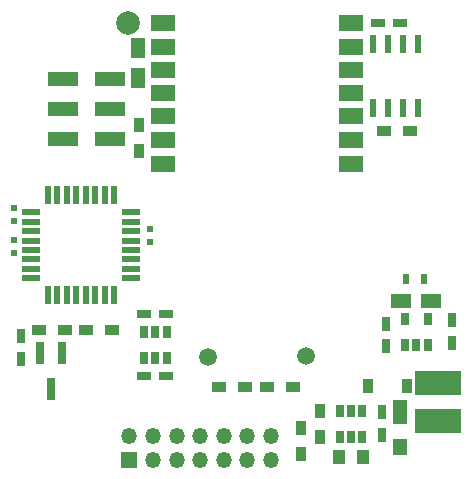
<source format=gts>
G04 #@! TF.GenerationSoftware,KiCad,Pcbnew,no-vcs-found-d4e41c4~58~ubuntu16.04.1*
G04 #@! TF.CreationDate,2017-05-10T09:39:16+03:00*
G04 #@! TF.ProjectId,livolo_1_channel_1way_eu_switch,6C69766F6C6F5F315F6368616E6E656C,rev?*
G04 #@! TF.FileFunction,Soldermask,Top*
G04 #@! TF.FilePolarity,Negative*
%FSLAX46Y46*%
G04 Gerber Fmt 4.6, Leading zero omitted, Abs format (unit mm)*
G04 Created by KiCad (PCBNEW no-vcs-found-d4e41c4~58~ubuntu16.04.1) date Wed May 10 09:39:16 2017*
%MOMM*%
%LPD*%
G01*
G04 APERTURE LIST*
%ADD10C,0.100000*%
%ADD11R,1.200000X0.900000*%
%ADD12R,1.000000X1.250000*%
%ADD13R,4.000000X2.000000*%
%ADD14R,1.200000X2.000000*%
%ADD15R,1.200000X1.400000*%
%ADD16R,0.900000X1.200000*%
%ADD17R,0.650000X1.060000*%
%ADD18R,2.500000X1.270000*%
%ADD19R,1.750000X1.260000*%
%ADD20R,1.200000X0.750000*%
%ADD21C,1.500000*%
%ADD22R,0.500000X0.600000*%
%ADD23R,0.750000X1.200000*%
%ADD24R,0.550000X1.600000*%
%ADD25R,1.600000X0.550000*%
%ADD26C,1.998980*%
%ADD27R,1.998980X1.399540*%
%ADD28R,0.600000X1.550000*%
%ADD29R,0.800000X1.900000*%
%ADD30R,0.500000X0.900000*%
%ADD31R,1.260000X1.750000*%
%ADD32O,1.350000X1.350000*%
%ADD33R,1.350000X1.350000*%
G04 APERTURE END LIST*
D10*
D11*
X130200000Y-98600000D03*
X128000000Y-98600000D03*
D12*
X149400000Y-109300000D03*
X151400000Y-109300000D03*
D13*
X157800000Y-103050000D03*
X157800000Y-106300000D03*
D14*
X154600000Y-105500000D03*
D15*
X154600000Y-108500000D03*
D16*
X146200000Y-109100000D03*
X146200000Y-106900000D03*
D17*
X150400000Y-107600000D03*
X151350000Y-107600000D03*
X149450000Y-107600000D03*
X149450000Y-105400000D03*
X150400000Y-105400000D03*
X151350000Y-105400000D03*
D18*
X126050000Y-82440000D03*
X126050000Y-79900000D03*
X126050000Y-77360000D03*
X130050000Y-77360000D03*
X130050000Y-79900000D03*
X130050000Y-82400000D03*
D19*
X154675000Y-96092000D03*
X157225000Y-96092000D03*
D11*
X124034000Y-98588000D03*
X126234000Y-98588000D03*
D20*
X152675000Y-72600000D03*
X154575000Y-72600000D03*
D21*
X138300000Y-100850000D03*
X146600000Y-100800000D03*
D22*
X121900000Y-92050000D03*
X121900000Y-90950000D03*
X121900000Y-88250000D03*
X121900000Y-89350000D03*
X133400000Y-90050000D03*
X133400000Y-91150000D03*
D23*
X153400000Y-99950000D03*
X153400000Y-98050000D03*
X159000000Y-99650000D03*
X159000000Y-97750000D03*
X153000000Y-107450000D03*
X153000000Y-105550000D03*
D20*
X134750000Y-102500000D03*
X132850000Y-102500000D03*
X132850000Y-97200000D03*
X134750000Y-97200000D03*
D16*
X155150000Y-103300000D03*
X151850000Y-103300000D03*
D24*
X130350000Y-95650000D03*
X129550000Y-95650000D03*
X128750000Y-95650000D03*
X127950000Y-95650000D03*
X127150000Y-95650000D03*
X126350000Y-95650000D03*
X125550000Y-95650000D03*
X124750000Y-95650000D03*
D25*
X123300000Y-94200000D03*
X123300000Y-93400000D03*
X123300000Y-92600000D03*
X123300000Y-91800000D03*
X123300000Y-91000000D03*
X123300000Y-90200000D03*
X123300000Y-89400000D03*
X123300000Y-88600000D03*
D24*
X124750000Y-87150000D03*
X125550000Y-87150000D03*
X126350000Y-87150000D03*
X127150000Y-87150000D03*
X127950000Y-87150000D03*
X128750000Y-87150000D03*
X129550000Y-87150000D03*
X130350000Y-87150000D03*
D25*
X131800000Y-88600000D03*
X131800000Y-89400000D03*
X131800000Y-90200000D03*
X131800000Y-91000000D03*
X131800000Y-91800000D03*
X131800000Y-92600000D03*
X131800000Y-93400000D03*
X131800000Y-94200000D03*
D26*
X131550000Y-72550000D03*
D16*
X147800000Y-107600000D03*
X147800000Y-105400000D03*
X132500000Y-81200000D03*
X132500000Y-83400000D03*
D11*
X141400000Y-103400000D03*
X139200000Y-103400000D03*
X143300000Y-103400000D03*
X145500000Y-103400000D03*
D17*
X155000000Y-97650000D03*
X156900000Y-97650000D03*
X156900000Y-99850000D03*
X155950000Y-99850000D03*
X155000000Y-99850000D03*
X133850000Y-98750000D03*
X132900000Y-98750000D03*
X134800000Y-98750000D03*
X134800000Y-100950000D03*
X133850000Y-100950000D03*
X132900000Y-100950000D03*
D27*
X134499800Y-72598780D03*
X134471860Y-74600300D03*
X134471860Y-76599280D03*
X134471860Y-78550000D03*
X134471860Y-80500720D03*
X134471860Y-82499700D03*
X134471860Y-84501220D03*
X150372260Y-84501220D03*
X150372260Y-82499700D03*
X150372260Y-80500720D03*
X150372260Y-78550000D03*
X150372260Y-76599280D03*
X150372260Y-74600300D03*
X150372260Y-72598780D03*
D23*
X122500000Y-99100000D03*
X122500000Y-101000000D03*
D11*
X153200000Y-81700000D03*
X155400000Y-81700000D03*
D28*
X152300000Y-74400000D03*
X153570000Y-74400000D03*
X154840000Y-74400000D03*
X156110000Y-74400000D03*
X156110000Y-79800000D03*
X154840000Y-79800000D03*
X153570000Y-79800000D03*
X152300000Y-79800000D03*
D29*
X125000000Y-103550000D03*
X124050000Y-100550000D03*
X125950000Y-100550000D03*
D30*
X156600000Y-94300000D03*
X155100000Y-94300000D03*
D31*
X132400000Y-77275000D03*
X132400000Y-74725000D03*
D32*
X143650000Y-107550000D03*
X143650000Y-109550000D03*
X141650000Y-107550000D03*
X141650000Y-109550000D03*
X139650000Y-107550000D03*
X139650000Y-109550000D03*
X137650000Y-107550000D03*
X137650000Y-109550000D03*
X135650000Y-107550000D03*
X135650000Y-109550000D03*
X133650000Y-107550000D03*
X133650000Y-109550000D03*
X131650000Y-107550000D03*
D33*
X131650000Y-109550000D03*
M02*

</source>
